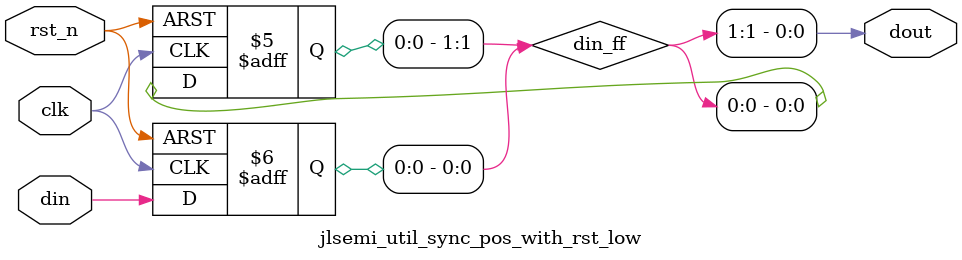
<source format=v>
`timescale 1ns/1ns
module jlsemi_util_sync_pos_with_rst_low
#(
    parameter SYNC_STEP = 2
)(
    input         clk,
    input         rst_n,
    input         din,
    output        dout
);

    `ifdef JL_SYNTHESIS
        `ifdef USE_MBFF_AS_SYNC
            generate
                if (SYNC_STEP == 2) begin
                    jlsemi_cell_mbff2_w_rst_low_cell
                    u_dont_touch_mbff2_w_rst_low
                    (
                    .clk    (clk    ),
                    .rst_n  (rst_n  ),
                    .SI     (1'b0   ),
                    .SE     (1'b0   ),
                    .SO     (       ), //spyglass disable W287b
                    .din    (din    ),
                    .dout   (dout   )
                    );
                end else if (SYNC_STEP == 3) begin
                    jlsemi_cell_mbff3_w_rst_low_cell
                    u_dont_touch_mbff3_w_rst_low
                    (
                    .clk    (clk    ),
                    .rst_n  (rst_n  ),
                    .SI     (1'b0   ),
                    .SE     (1'b0   ),
                    .SO     (       ), //spyglass disable W287b
                    .din    (din    ),
                    .dout   (dout   )
                    );
                end else begin

                end
            endgenerate
        `else
            wire [SYNC_STEP:0] data_temp;
            assign data_temp[0]= din;
            genvar i;
            generate
                for (i=0; i<SYNC_STEP;i=i+1) begin: SYNC_STEP_UNIT
                    jlsemi_util_ff_cell_rst
                    u_dont_touch_sync_ff_cell
                    (
                    .clk    (clk            ),
                    .rst_n  (rst_n          ),
                    .SI     (1'b0           ),
                    .SE     (1'b0           ),
                    .SO     (               ), //spyglass disable W287b
                    .din    (data_temp[i]   ),
                    .dout   (data_temp[i+1] )
                    );
                end
            endgenerate
            assign dout = data_temp[SYNC_STEP];
        `endif
    `else
        reg [SYNC_STEP-1:0] din_ff;

        always @(posedge clk or negedge rst_n) begin
            if(!rst_n) begin
                din_ff[0] <= 1'b0;
            end
            else begin
                din_ff[0] <= din;
            end
        end

        genvar i;
        generate
            for (i=1; i<SYNC_STEP;i=i+1) begin: SYNC_STEP_UNIT
                always @(posedge clk or negedge rst_n) begin
                    if(!rst_n) begin
                        din_ff[i] <= 1'b0;
                    end
                    else begin
                        din_ff[i] <= din_ff[i-1];
                    end
                end
            end
            assign dout = din_ff[SYNC_STEP-1];
        endgenerate
    `endif

endmodule

</source>
